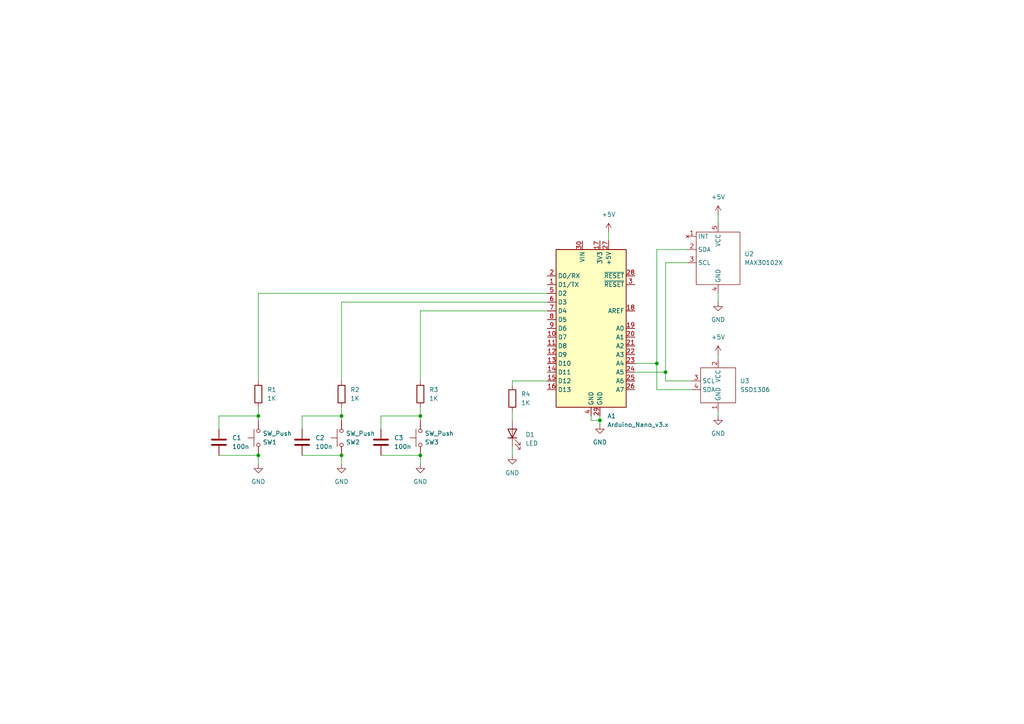
<source format=kicad_sch>
(kicad_sch (version 20250114) (generator "eeschema") (generator_version "9.0")
  (paper "A4")
  (lib_symbols
    (symbol "Device:C" (pin_numbers (hide yes)) (pin_names (offset 0.254))
      (property "Reference" "C" (at 0.635 2.54 0))
      (property "Value" "C" (at 0.635 -2.54 0))
      (symbol "C_0_1"
        (polyline (pts (xy -2.032 0.762) (xy 2.032 0.762)) (stroke (width 0.508)))
        (polyline (pts (xy -2.032 -0.762) (xy 2.032 -0.762)) (stroke (width 0.508)))
      )
      (symbol "C_1_1"
        (pin passive line (at 0 3.81 270) (length 2.794) (name "~") (number "1"))
        (pin passive line (at 0 -3.81 90) (length 2.794) (name "~") (number "2"))
      )
    )
    (symbol "Device:LED" (pin_numbers (hide yes)) (pin_names (offset 1.016) (hide yes))
      (property "Reference" "D" (at 0 2.54 0))
      (property "Value" "LED" (at 0 -2.54 0))
      (symbol "LED_0_1"
        (polyline (pts (xy -3.048 -0.762) (xy -4.572 -2.286) (xy -3.81 -2.286) (xy -4.572 -2.286) (xy -4.572 -1.524)))
        (polyline (pts (xy -1.778 -0.762) (xy -3.302 -2.286) (xy -2.54 -2.286) (xy -3.302 -2.286) (xy -3.302 -1.524)))
        (polyline (pts (xy -1.27 0) (xy 1.27 0)))
        (polyline (pts (xy -1.27 -1.27) (xy -1.27 1.27)) (stroke (width 0.254)))
        (polyline (pts (xy 1.27 -1.27) (xy 1.27 1.27) (xy -1.27 0) (xy 1.27 -1.27)) (stroke (width 0.254)))
      )
      (symbol "LED_1_1"
        (pin passive line (at -3.81 0 0) (length 2.54) (name "K") (number "1"))
        (pin passive line (at 3.81 0 180) (length 2.54) (name "A") (number "2"))
      )
    )
    (symbol "Device:R" (pin_numbers (hide yes)) (pin_names (offset 0))
      (property "Reference" "R" (at 2.032 0 90))
      (property "Value" "R" (at 0 0 90))
      (symbol "R_0_1"
        (rectangle (start -1.016 -2.54) (end 1.016 2.54) (stroke (width 0.254)))
      )
      (symbol "R_1_1"
        (pin passive line (at 0 3.81 270) (length 1.27) (name "~") (number "1"))
        (pin passive line (at 0 -3.81 90) (length 1.27) (name "~") (number "2"))
      )
    )
    (symbol "MCU_Module:Arduino_Nano_v3.x"
      (property "Reference" "A" (at -10.16 23.495 0))
      (property "Value" "Arduino_Nano_v3.x" (at 5.08 -24.13 0))
      (symbol "Arduino_Nano_v3.x_0_1"
        (rectangle (start -10.16 22.86) (end 10.16 -22.86) (stroke (width 0.254)) (fill (type background)))
      )
      (symbol "Arduino_Nano_v3.x_1_1"
        (pin bidirectional line (at -12.7 15.24 0) (length 2.54) (name "D0/RX") (number "2"))
        (pin bidirectional line (at -12.7 12.7 0) (length 2.54) (name "D1/TX") (number "1"))
        (pin bidirectional line (at -12.7 10.16 0) (length 2.54) (name "D2") (number "5"))
        (pin bidirectional line (at -12.7 7.62 0) (length 2.54) (name "D3") (number "6"))
        (pin bidirectional line (at -12.7 5.08 0) (length 2.54) (name "D4") (number "7"))
        (pin bidirectional line (at -12.7 2.54 0) (length 2.54) (name "D5") (number "8"))
        (pin bidirectional line (at -12.7 0 0) (length 2.54) (name "D6") (number "9"))
        (pin bidirectional line (at -12.7 -2.54 0) (length 2.54) (name "D7") (number "10"))
        (pin bidirectional line (at -12.7 -5.08 0) (length 2.54) (name "D8") (number "11"))
        (pin bidirectional line (at -12.7 -7.62 0) (length 2.54) (name "D9") (number "12"))
        (pin bidirectional line (at -12.7 -10.16 0) (length 2.54) (name "D10") (number "13"))
        (pin bidirectional line (at -12.7 -12.7 0) (length 2.54) (name "D11") (number "14"))
        (pin bidirectional line (at -12.7 -15.24 0) (length 2.54) (name "D12") (number "15"))
        (pin bidirectional line (at -12.7 -17.78 0) (length 2.54) (name "D13") (number "16"))
        (pin power_in line (at -2.54 25.4 270) (length 2.54) (name "VIN") (number "30"))
        (pin power_in line (at 0 -25.4 90) (length 2.54) (name "GND") (number "4"))
        (pin power_out line (at 2.54 25.4 270) (length 2.54) (name "3V3") (number "17"))
        (pin power_in line (at 2.54 -25.4 90) (length 2.54) (name "GND") (number "29"))
        (pin power_out line (at 5.08 25.4 270) (length 2.54) (name "+5V") (number "27"))
        (pin input line (at 12.7 15.24 180) (length 2.54) (name "~{RESET}") (number "28"))
        (pin input line (at 12.7 12.7 180) (length 2.54) (name "~{RESET}") (number "3"))
        (pin input line (at 12.7 5.08 180) (length 2.54) (name "AREF") (number "18"))
        (pin bidirectional line (at 12.7 0 180) (length 2.54) (name "A0") (number "19"))
        (pin bidirectional line (at 12.7 -2.54 180) (length 2.54) (name "A1") (number "20"))
        (pin bidirectional line (at 12.7 -5.08 180) (length 2.54) (name "A2") (number "21"))
        (pin bidirectional line (at 12.7 -7.62 180) (length 2.54) (name "A3") (number "22"))
        (pin bidirectional line (at 12.7 -10.16 180) (length 2.54) (name "A4") (number "23"))
        (pin bidirectional line (at 12.7 -12.7 180) (length 2.54) (name "A5") (number "24"))
        (pin bidirectional line (at 12.7 -15.24 180) (length 2.54) (name "A6") (number "25"))
        (pin bidirectional line (at 12.7 -17.78 180) (length 2.54) (name "A7") (number "26"))
      )
    )
    (symbol "Switch:SW_Push" (pin_numbers (hide yes)) (pin_names (offset 1.016) (hide yes))
      (property "Reference" "SW" (at 1.27 2.54 0))
      (property "Value" "SW_Push" (at 0 -1.524 0))
      (symbol "SW_Push_0_1"
        (circle (center -2.032 0) (radius 0.508))
        (polyline (pts (xy 0 1.27) (xy 0 3.048)))
        (circle (center 2.032 0) (radius 0.508))
        (polyline (pts (xy 2.54 1.27) (xy -2.54 1.27)))
        (pin passive line (at -5.08 0 0) (length 2.54) (name "1") (number "1"))
        (pin passive line (at 5.08 0 180) (length 2.54) (name "2") (number "2"))
      )
    )
    (symbol "power:+5V" (power) (pin_numbers (hide yes)) (pin_names (offset 0) (hide yes))
      (property "Value" "+5V" (at 0 3.556 0))
      (symbol "+5V_0_1"
        (polyline (pts (xy -0.762 1.27) (xy 0 2.54)))
        (polyline (pts (xy 0 2.54) (xy 0.762 1.27)))
        (polyline (pts (xy 0 0) (xy 0 2.54)))
      )
      (symbol "+5V_1_1"
        (pin power_in line (at 0 0 90) (length 0) (name "~") (number "1"))
      )
    )
    (symbol "power:GND" (power) (pin_numbers (hide yes)) (pin_names (offset 0) (hide yes))
      (property "Value" "GND" (at 0 -3.81 0))
      (symbol "GND_0_1"
        (polyline (pts (xy 0 0) (xy 0 -1.27) (xy 1.27 -1.27) (xy 0 -2.54) (xy -1.27 -1.27) (xy 0 -1.27)))
      )
      (symbol "GND_1_1"
        (pin power_in line (at 0 0 270) (length 0) (name "~") (number "1"))
      )
    )
    (symbol "spo2_stuff:MAX30102_MODULE"
      (property "Reference" "U" (at 0 0 0))
      (property "Value" "MAX30102X" (at 12.7 0 0))
      (symbol "MAX30102_MODULE_0_1"
        (rectangle (start -6.35 7.62) (end 6.35 -7.62))
      )
      (symbol "MAX30102_MODULE_1_1"
        (pin no_connect line (at -8.89 6.35 0) (length 2.54) (name "INT") (number "1"))
        (pin bidirectional line (at -8.89 2.54 0) (length 2.54) (name "SDA") (number "2"))
        (pin input line (at -8.89 -1.27 0) (length 2.54) (name "SCL") (number "3"))
        (pin power_in line (at 0 10.16 270) (length 2.54) (name "VCC") (number "5"))
        (pin power_in line (at 0 -10.16 90) (length 2.54) (name "GND") (number "4"))
      )
    )
    (symbol "spo2_stuff:SSD1306"
      (property "Reference" "U" (at 0 0 0))
      (property "Value" "SSD1306" (at 9.906 0 0))
      (symbol "SSD1306_0_1"
        (rectangle (start -5.08 5.08) (end 5.08 -5.08))
      )
      (symbol "SSD1306_1_1"
        (pin input line (at -7.62 1.27 0) (length 2.54) (name "SCL") (number "3"))
        (pin bidirectional line (at -7.62 -1.27 0) (length 2.54) (name "SDA") (number "4"))
        (pin power_in line (at 0 7.62 270) (length 2.54) (name "VCC") (number "2"))
        (pin power_in line (at 0 -7.62 90) (length 2.54) (name "GND") (number "1"))
      )
    )
  )
  (junction (at 193.04 107.95))
  (junction (at 74.93 120.65))
  (junction (at 74.93 132.08))
  (junction (at 190.5 105.41))
  (junction (at 99.06 132.08))
  (junction (at 173.99 121.92))
  (junction (at 121.92 120.65))
  (junction (at 99.06 120.65))
  (junction (at 121.92 132.08))
  (wire (pts (xy 208.28 119.38) (xy 208.28 120.65)))
  (wire (pts (xy 190.5 105.41) (xy 190.5 72.39)))
  (wire (pts (xy 173.99 120.65) (xy 173.99 121.92)))
  (wire (pts (xy 110.49 132.08) (xy 121.92 132.08)))
  (wire (pts (xy 99.06 87.63) (xy 158.75 87.63)))
  (wire (pts (xy 184.15 105.41) (xy 190.5 105.41)))
  (wire (pts (xy 176.53 67.31) (xy 176.53 69.85)))
  (wire (pts (xy 74.93 120.65) (xy 74.93 121.92)))
  (wire (pts (xy 87.63 132.08) (xy 99.06 132.08)))
  (wire (pts (xy 190.5 105.41) (xy 190.5 113.03)))
  (wire (pts (xy 121.92 118.11) (xy 121.92 120.65)))
  (wire (pts (xy 74.93 85.09) (xy 158.75 85.09)))
  (wire (pts (xy 208.28 102.87) (xy 208.28 104.14)))
  (wire (pts (xy 63.5 120.65) (xy 74.93 120.65)))
  (wire (pts (xy 148.59 110.49) (xy 158.75 110.49)))
  (wire (pts (xy 110.49 120.65) (xy 121.92 120.65)))
  (wire (pts (xy 74.93 118.11) (xy 74.93 120.65)))
  (wire (pts (xy 121.92 90.17) (xy 158.75 90.17)))
  (wire (pts (xy 184.15 107.95) (xy 193.04 107.95)))
  (wire (pts (xy 87.63 124.46) (xy 87.63 120.65)))
  (wire (pts (xy 148.59 119.38) (xy 148.59 121.92)))
  (wire (pts (xy 190.5 72.39) (xy 199.39 72.39)))
  (wire (pts (xy 208.28 62.23) (xy 208.28 64.77)))
  (wire (pts (xy 63.5 124.46) (xy 63.5 120.65)))
  (wire (pts (xy 99.06 120.65) (xy 99.06 121.92)))
  (wire (pts (xy 121.92 120.65) (xy 121.92 121.92)))
  (wire (pts (xy 110.49 124.46) (xy 110.49 120.65)))
  (wire (pts (xy 74.93 85.09) (xy 74.93 110.49)))
  (wire (pts (xy 173.99 121.92) (xy 173.99 123.19)))
  (wire (pts (xy 193.04 107.95) (xy 193.04 76.2)))
  (wire (pts (xy 148.59 129.54) (xy 148.59 132.08)))
  (wire (pts (xy 87.63 120.65) (xy 99.06 120.65)))
  (wire (pts (xy 193.04 76.2) (xy 199.39 76.2)))
  (wire (pts (xy 148.59 111.76) (xy 148.59 110.49)))
  (wire (pts (xy 121.92 132.08) (xy 121.92 134.62)))
  (wire (pts (xy 74.93 132.08) (xy 74.93 134.62)))
  (wire (pts (xy 171.45 121.92) (xy 173.99 121.92)))
  (wire (pts (xy 193.04 110.49) (xy 200.66 110.49)))
  (wire (pts (xy 121.92 110.49) (xy 121.92 90.17)))
  (wire (pts (xy 190.5 113.03) (xy 200.66 113.03)))
  (wire (pts (xy 63.5 132.08) (xy 74.93 132.08)))
  (wire (pts (xy 208.28 85.09) (xy 208.28 87.63)))
  (wire (pts (xy 99.06 110.49) (xy 99.06 87.63)))
  (wire (pts (xy 171.45 120.65) (xy 171.45 121.92)))
  (wire (pts (xy 99.06 132.08) (xy 99.06 134.62)))
  (wire (pts (xy 99.06 118.11) (xy 99.06 120.65)))
  (wire (pts (xy 193.04 107.95) (xy 193.04 110.49)))
  (symbol (lib_id "Device:C") (at 110.49 128.27 0) (unit 1)
    (property "Reference" "C3" (at 114.3 126.9999 0) (effects (justify left)))
    (property "Value" "100n" (at 114.3 129.5399 0) (effects (justify left)))
    (property "Footprint" "Capacitor_THT:C_Disc_D4.7mm_W2.5mm_P5.00mm" (effects (hide yes)))
    (property "Description" "Unpolarized capacitor" (effects (hide yes)))
  )
  (symbol (lib_id "Device:C") (at 87.63 128.27 0) (unit 1)
    (property "Reference" "C2" (at 91.44 126.9999 0) (effects (justify left)))
    (property "Value" "100n" (at 91.44 129.5399 0) (effects (justify left)))
    (property "Footprint" "Capacitor_THT:C_Disc_D4.7mm_W2.5mm_P5.00mm" (effects (hide yes)))
    (property "Description" "Unpolarized capacitor" (effects (hide yes)))
  )
  (symbol (lib_id "Device:LED") (at 148.59 125.73 90) (unit 1)
    (property "Reference" "D1" (at 152.4 126.0474 90) (effects (justify right)))
    (property "Value" "LED" (at 152.4 128.5874 90) (effects (justify right)))
    (property "Footprint" "LED_THT:LED_D5.0mm" (effects (hide yes)))
    (property "Description" "Light emitting diode" (effects (hide yes)))
    (property "Sim.Pins" "1=K 2=A" (effects (hide yes)))
  )
  (symbol (lib_id "Device:R") (at 74.93 114.3 0) (unit 1)
    (property "Reference" "R1" (at 77.47 113.0299 0) (effects (justify left)))
    (property "Value" "1K" (at 77.47 115.5699 0) (effects (justify left)))
    (property "Footprint" "Resistor_THT:R_Axial_DIN0207_L6.3mm_D2.5mm_P7.62mm_Horizontal" (effects (hide yes)))
    (property "Description" "Resistor" (effects (hide yes)))
  )
  (symbol (lib_id "Switch:SW_Push") (at 74.93 127 90) (mirror x) (unit 1)
    (property "Reference" "SW1" (at 76.2 128.2701 90) (effects (justify right)))
    (property "Value" "SW_Push" (at 76.2 125.7301 90) (effects (justify right)))
    (property "Footprint" "Button_Switch_THT:SW_PUSH_6mm" (effects (hide yes)))
    (property "Description" "Push button switch, generic, two pins" (effects (hide yes)))
  )
  (symbol (lib_id "spo2_stuff:SSD1306") (at 208.28 111.76 0) (unit 1)
    (property "Reference" "U3" (at 214.63 110.4899 0) (effects (justify left)))
    (property "Value" "SSD1306" (at 214.63 113.0299 0) (effects (justify left)))
    (property "Footprint" "Spo2_stuff:SSD1306 LCD" (effects (hide yes)))
  )
  (symbol (lib_id "MCU_Module:Arduino_Nano_v3.x") (at 171.45 95.25 0) (unit 1)
    (property "Reference" "A1" (at 176.1333 120.65 0) (effects (justify left)))
    (property "Value" "Arduino_Nano_v3.x" (at 176.1333 123.19 0) (effects (justify left)))
    (property "Footprint" "Module:Arduino_Nano" (effects (hide yes)))
    (property "Datasheet" "http://www.mouser.com/pdfdocs/Gravitech_Arduino_Nano3_0.pdf" (effects (hide yes)))
    (property "Description" "Arduino Nano v3.x" (effects (hide yes)))
  )
  (symbol (lib_id "power:GND") (at 173.99 123.19 0) (unit 1)
    (property "Reference" "#PWR02" (effects (hide yes)))
    (property "Value" "GND" (at 173.99 128.27 0))
    (property "Description" "Power symbol creates a global label with name \"GND\" , ground" (effects (hide yes)))
  )
  (symbol (lib_id "power:+5V") (at 176.53 67.31 0) (unit 1)
    (property "Reference" "#PWR01" (effects (hide yes)))
    (property "Value" "+5V" (at 176.53 62.23 0))
    (property "Description" "Power symbol creates a global label with name \"+5V\"" (effects (hide yes)))
  )
  (symbol (lib_id "power:GND") (at 99.06 134.62 0) (unit 1)
    (property "Reference" "#PWR04" (effects (hide yes)))
    (property "Value" "GND" (at 99.06 139.7 0))
    (property "Description" "Power symbol creates a global label with name \"GND\" , ground" (effects (hide yes)))
  )
  (symbol (lib_id "power:GND") (at 208.28 87.63 0) (unit 1)
    (property "Reference" "#PWR07" (effects (hide yes)))
    (property "Value" "GND" (at 208.28 92.71 0))
    (property "Description" "Power symbol creates a global label with name \"GND\" , ground" (effects (hide yes)))
  )
  (symbol (lib_id "power:GND") (at 148.59 132.08 0) (unit 1)
    (property "Reference" "#PWR06" (effects (hide yes)))
    (property "Value" "GND" (at 148.59 137.16 0))
    (property "Description" "Power symbol creates a global label with name \"GND\" , ground" (effects (hide yes)))
  )
  (symbol (lib_id "power:+5V") (at 208.28 102.87 0) (unit 1)
    (property "Reference" "#PWR09" (effects (hide yes)))
    (property "Value" "+5V" (at 208.28 97.79 0))
    (property "Description" "Power symbol creates a global label with name \"+5V\"" (effects (hide yes)))
  )
  (symbol (lib_id "Device:R") (at 121.92 114.3 0) (unit 1)
    (property "Reference" "R3" (at 124.46 113.0299 0) (effects (justify left)))
    (property "Value" "1K" (at 124.46 115.5699 0) (effects (justify left)))
    (property "Footprint" "Resistor_THT:R_Axial_DIN0207_L6.3mm_D2.5mm_P7.62mm_Horizontal" (effects (hide yes)))
    (property "Description" "Resistor" (effects (hide yes)))
  )
  (symbol (lib_id "power:+5V") (at 208.28 62.23 0) (unit 1)
    (property "Reference" "#PWR010" (effects (hide yes)))
    (property "Value" "+5V" (at 208.28 57.15 0))
    (property "Description" "Power symbol creates a global label with name \"+5V\"" (effects (hide yes)))
  )
  (symbol (lib_id "Device:R") (at 148.59 115.57 0) (unit 1)
    (property "Reference" "R4" (at 151.13 114.2999 0) (effects (justify left)))
    (property "Value" "1K" (at 151.13 116.8399 0) (effects (justify left)))
    (property "Footprint" "Resistor_THT:R_Axial_DIN0207_L6.3mm_D2.5mm_P7.62mm_Horizontal" (effects (hide yes)))
    (property "Description" "Resistor" (effects (hide yes)))
  )
  (symbol (lib_id "power:GND") (at 121.92 134.62 0) (unit 1)
    (property "Reference" "#PWR05" (effects (hide yes)))
    (property "Value" "GND" (at 121.92 139.7 0))
    (property "Description" "Power symbol creates a global label with name \"GND\" , ground" (effects (hide yes)))
  )
  (symbol (lib_id "spo2_stuff:MAX30102_MODULE") (at 208.28 74.93 0) (unit 1)
    (property "Reference" "U2" (at 215.9 73.6599 0) (effects (justify left)))
    (property "Value" "MAX30102X" (at 215.9 76.1999 0) (effects (justify left)))
    (property "Footprint" "Spo2_stuff:MAX30102 MODULE" (effects (hide yes)))
  )
  (symbol (lib_id "Device:R") (at 99.06 114.3 0) (unit 1)
    (property "Reference" "R2" (at 101.6 113.0299 0) (effects (justify left)))
    (property "Value" "1K" (at 101.6 115.5699 0) (effects (justify left)))
    (property "Footprint" "Resistor_THT:R_Axial_DIN0207_L6.3mm_D2.5mm_P7.62mm_Horizontal" (effects (hide yes)))
    (property "Description" "Resistor" (effects (hide yes)))
  )
  (symbol (lib_id "Switch:SW_Push") (at 99.06 127 90) (mirror x) (unit 1)
    (property "Reference" "SW2" (at 100.33 128.2701 90) (effects (justify right)))
    (property "Value" "SW_Push" (at 100.33 125.7301 90) (effects (justify right)))
    (property "Footprint" "Button_Switch_THT:SW_PUSH_6mm" (effects (hide yes)))
    (property "Description" "Push button switch, generic, two pins" (effects (hide yes)))
  )
  (symbol (lib_id "power:GND") (at 208.28 120.65 0) (unit 1)
    (property "Reference" "#PWR08" (effects (hide yes)))
    (property "Value" "GND" (at 208.28 125.73 0))
    (property "Description" "Power symbol creates a global label with name \"GND\" , ground" (effects (hide yes)))
  )
  (symbol (lib_id "Switch:SW_Push") (at 121.92 127 90) (mirror x) (unit 1)
    (property "Reference" "SW3" (at 123.19 128.2701 90) (effects (justify right)))
    (property "Value" "SW_Push" (at 123.19 125.7301 90) (effects (justify right)))
    (property "Footprint" "Button_Switch_THT:SW_PUSH_6mm" (effects (hide yes)))
    (property "Description" "Push button switch, generic, two pins" (effects (hide yes)))
  )
  (symbol (lib_id "Device:C") (at 63.5 128.27 0) (unit 1)
    (property "Reference" "C1" (at 67.31 126.9999 0) (effects (justify left)))
    (property "Value" "100n" (at 67.31 129.5399 0) (effects (justify left)))
    (property "Footprint" "Capacitor_THT:C_Disc_D4.7mm_W2.5mm_P5.00mm" (effects (hide yes)))
    (property "Description" "Unpolarized capacitor" (effects (hide yes)))
  )
  (symbol (lib_id "power:GND") (at 74.93 134.62 0) (unit 1)
    (property "Reference" "#PWR03" (effects (hide yes)))
    (property "Value" "GND" (at 74.93 139.7 0))
    (property "Description" "Power symbol creates a global label with name \"GND\" , ground" (effects (hide yes)))
  )
)
</source>
